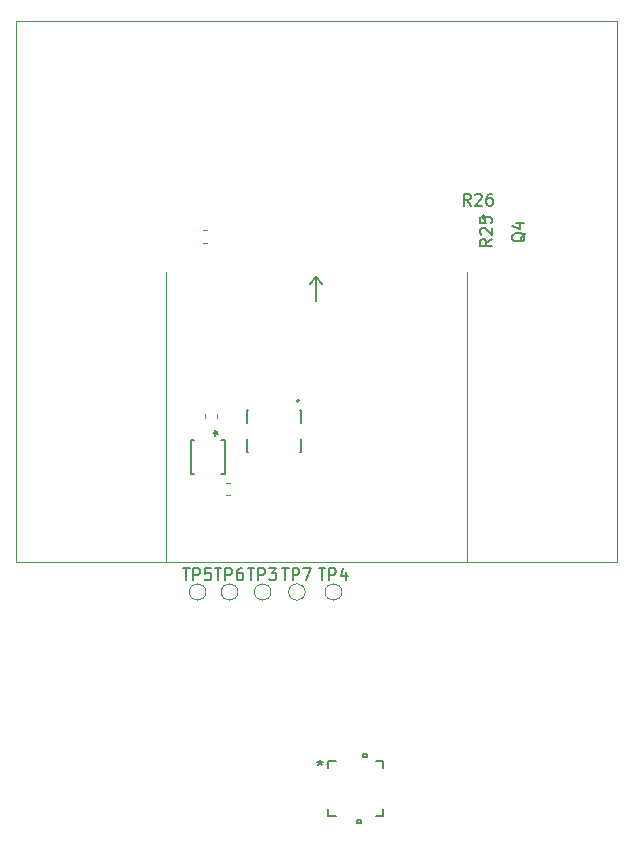
<source format=gto>
G04 #@! TF.GenerationSoftware,KiCad,Pcbnew,(5.1.6-0-10_14)*
G04 #@! TF.CreationDate,2020-09-07T13:37:45-07:00*
G04 #@! TF.ProjectId,microgame2,6d696372-6f67-4616-9d65-322e6b696361,rev?*
G04 #@! TF.SameCoordinates,Original*
G04 #@! TF.FileFunction,Legend,Top*
G04 #@! TF.FilePolarity,Positive*
%FSLAX46Y46*%
G04 Gerber Fmt 4.6, Leading zero omitted, Abs format (unit mm)*
G04 Created by KiCad (PCBNEW (5.1.6-0-10_14)) date 2020-09-07 13:37:45*
%MOMM*%
%LPD*%
G01*
G04 APERTURE LIST*
%ADD10C,0.250000*%
%ADD11C,0.152400*%
%ADD12C,0.120000*%
%ADD13C,0.200000*%
%ADD14C,0.127000*%
%ADD15C,0.150000*%
G04 APERTURE END LIST*
D10*
G04 #@! TO.C,Q4*
X163911803Y-55750000D02*
G75*
G03*
X163911803Y-55750000I-111803J0D01*
G01*
D11*
G04 #@! TO.C,U6*
X153940689Y-101496000D02*
X153559689Y-101496000D01*
X153940689Y-101242000D02*
X153940689Y-101496000D01*
X153559689Y-101242000D02*
X153940689Y-101242000D01*
X153559689Y-101496000D02*
X153559689Y-101242000D01*
X153440563Y-106804000D02*
X153059563Y-106804000D01*
X153440563Y-107058000D02*
X153440563Y-106804000D01*
X153059563Y-107058000D02*
X153440563Y-107058000D01*
X153059563Y-106804000D02*
X153059563Y-107058000D01*
X151276945Y-101821000D02*
X150671000Y-101821000D01*
X155329000Y-102427260D02*
X155329000Y-101821000D01*
X154723055Y-106479000D02*
X155329000Y-106479000D01*
X150671000Y-105872740D02*
X150671000Y-106479000D01*
X150671000Y-101821000D02*
X150671000Y-102427260D01*
X155329000Y-101821000D02*
X154723055Y-101821000D01*
X155329000Y-106479000D02*
X155329000Y-105872740D01*
X150671000Y-106479000D02*
X151276945Y-106479000D01*
D12*
G04 #@! TO.C,U9*
X124200000Y-39125000D02*
X175100000Y-39125000D01*
X175100000Y-84925000D02*
X175100000Y-39125000D01*
X124200000Y-39125000D02*
X124200000Y-84925000D01*
X175100000Y-84925000D02*
X124200000Y-84925000D01*
D13*
X149650000Y-60850000D02*
X150150000Y-61450000D01*
X149650000Y-60850000D02*
X149150000Y-61450000D01*
X149650000Y-62850000D02*
X149650000Y-60850000D01*
D12*
X136900000Y-60425000D02*
X136900000Y-84925000D01*
X162400000Y-60425000D02*
X162400000Y-84925000D01*
G04 #@! TO.C,C23*
X140362779Y-57910000D02*
X140037221Y-57910000D01*
X140362779Y-56890000D02*
X140037221Y-56890000D01*
D14*
G04 #@! TO.C,U8*
X148350000Y-72050000D02*
X148250000Y-72050000D01*
X143750000Y-72050000D02*
X143850000Y-72050000D01*
X148350000Y-75650000D02*
X148250000Y-75650000D01*
X143750000Y-75650000D02*
X143850000Y-75650000D01*
X148350000Y-72050000D02*
X148350000Y-73150000D01*
X143750000Y-72050000D02*
X143750000Y-73150000D01*
X148350000Y-75650000D02*
X148350000Y-74550000D01*
X143750000Y-75650000D02*
X143750000Y-74550000D01*
D13*
X148160000Y-71305000D02*
G75*
G03*
X148160000Y-71305000I-100000J0D01*
G01*
D11*
G04 #@! TO.C,U3*
X141580882Y-77485100D02*
X141885100Y-77485100D01*
X139319118Y-74614900D02*
X139014900Y-74614900D01*
X141885100Y-74614900D02*
X141580882Y-74614900D01*
X141885100Y-77485100D02*
X141885100Y-74614900D01*
X139014900Y-77485100D02*
X139319118Y-77485100D01*
X139014900Y-74614900D02*
X139014900Y-77485100D01*
D12*
G04 #@! TO.C,C9*
X141987221Y-79310000D02*
X142312779Y-79310000D01*
X141987221Y-78290000D02*
X142312779Y-78290000D01*
G04 #@! TO.C,C8*
X140190000Y-72750279D02*
X140190000Y-72424721D01*
X141210000Y-72750279D02*
X141210000Y-72424721D01*
G04 #@! TO.C,TP3*
X145800000Y-87500000D02*
G75*
G03*
X145800000Y-87500000I-700000J0D01*
G01*
G04 #@! TO.C,TP4*
X151800000Y-87500000D02*
G75*
G03*
X151800000Y-87500000I-700000J0D01*
G01*
G04 #@! TO.C,TP5*
X140300000Y-87500000D02*
G75*
G03*
X140300000Y-87500000I-700000J0D01*
G01*
G04 #@! TO.C,TP6*
X143000000Y-87500000D02*
G75*
G03*
X143000000Y-87500000I-700000J0D01*
G01*
G04 #@! TO.C,TP7*
X148700000Y-87500000D02*
G75*
G03*
X148700000Y-87500000I-700000J0D01*
G01*
G04 #@! TO.C,Q4*
D15*
X167347619Y-57095238D02*
X167300000Y-57190476D01*
X167204761Y-57285714D01*
X167061904Y-57428571D01*
X167014285Y-57523809D01*
X167014285Y-57619047D01*
X167252380Y-57571428D02*
X167204761Y-57666666D01*
X167109523Y-57761904D01*
X166919047Y-57809523D01*
X166585714Y-57809523D01*
X166395238Y-57761904D01*
X166300000Y-57666666D01*
X166252380Y-57571428D01*
X166252380Y-57380952D01*
X166300000Y-57285714D01*
X166395238Y-57190476D01*
X166585714Y-57142857D01*
X166919047Y-57142857D01*
X167109523Y-57190476D01*
X167204761Y-57285714D01*
X167252380Y-57380952D01*
X167252380Y-57571428D01*
X166585714Y-56285714D02*
X167252380Y-56285714D01*
X166204761Y-56523809D02*
X166919047Y-56761904D01*
X166919047Y-56142857D01*
G04 #@! TO.C,U6*
X149965000Y-101721380D02*
X149965000Y-101959476D01*
X149726904Y-101864238D02*
X149965000Y-101959476D01*
X150203095Y-101864238D01*
X149822142Y-102149952D02*
X149965000Y-101959476D01*
X150107857Y-102149952D01*
X149965000Y-101721380D02*
X149965000Y-101959476D01*
X149726904Y-101864238D02*
X149965000Y-101959476D01*
X150203095Y-101864238D01*
X149822142Y-102149952D02*
X149965000Y-101959476D01*
X150107857Y-102149952D01*
X149965000Y-101721380D02*
X149965000Y-101959476D01*
X149726904Y-101864238D02*
X149965000Y-101959476D01*
X150203095Y-101864238D01*
X149822142Y-102149952D02*
X149965000Y-101959476D01*
X150107857Y-102149952D01*
G04 #@! TO.C,U3*
X140918380Y-74018000D02*
X141156476Y-74018000D01*
X141061238Y-74256095D02*
X141156476Y-74018000D01*
X141061238Y-73779904D01*
X141346952Y-74160857D02*
X141156476Y-74018000D01*
X141346952Y-73875142D01*
G04 #@! TO.C,TP3*
X143838095Y-85504380D02*
X144409523Y-85504380D01*
X144123809Y-86504380D02*
X144123809Y-85504380D01*
X144742857Y-86504380D02*
X144742857Y-85504380D01*
X145123809Y-85504380D01*
X145219047Y-85552000D01*
X145266666Y-85599619D01*
X145314285Y-85694857D01*
X145314285Y-85837714D01*
X145266666Y-85932952D01*
X145219047Y-85980571D01*
X145123809Y-86028190D01*
X144742857Y-86028190D01*
X145647619Y-85504380D02*
X146266666Y-85504380D01*
X145933333Y-85885333D01*
X146076190Y-85885333D01*
X146171428Y-85932952D01*
X146219047Y-85980571D01*
X146266666Y-86075809D01*
X146266666Y-86313904D01*
X146219047Y-86409142D01*
X146171428Y-86456761D01*
X146076190Y-86504380D01*
X145790476Y-86504380D01*
X145695238Y-86456761D01*
X145647619Y-86409142D01*
G04 #@! TO.C,TP4*
X149838095Y-85504380D02*
X150409523Y-85504380D01*
X150123809Y-86504380D02*
X150123809Y-85504380D01*
X150742857Y-86504380D02*
X150742857Y-85504380D01*
X151123809Y-85504380D01*
X151219047Y-85552000D01*
X151266666Y-85599619D01*
X151314285Y-85694857D01*
X151314285Y-85837714D01*
X151266666Y-85932952D01*
X151219047Y-85980571D01*
X151123809Y-86028190D01*
X150742857Y-86028190D01*
X152171428Y-85837714D02*
X152171428Y-86504380D01*
X151933333Y-85456761D02*
X151695238Y-86171047D01*
X152314285Y-86171047D01*
G04 #@! TO.C,TP5*
X138338095Y-85504380D02*
X138909523Y-85504380D01*
X138623809Y-86504380D02*
X138623809Y-85504380D01*
X139242857Y-86504380D02*
X139242857Y-85504380D01*
X139623809Y-85504380D01*
X139719047Y-85552000D01*
X139766666Y-85599619D01*
X139814285Y-85694857D01*
X139814285Y-85837714D01*
X139766666Y-85932952D01*
X139719047Y-85980571D01*
X139623809Y-86028190D01*
X139242857Y-86028190D01*
X140719047Y-85504380D02*
X140242857Y-85504380D01*
X140195238Y-85980571D01*
X140242857Y-85932952D01*
X140338095Y-85885333D01*
X140576190Y-85885333D01*
X140671428Y-85932952D01*
X140719047Y-85980571D01*
X140766666Y-86075809D01*
X140766666Y-86313904D01*
X140719047Y-86409142D01*
X140671428Y-86456761D01*
X140576190Y-86504380D01*
X140338095Y-86504380D01*
X140242857Y-86456761D01*
X140195238Y-86409142D01*
G04 #@! TO.C,TP6*
X141038095Y-85504380D02*
X141609523Y-85504380D01*
X141323809Y-86504380D02*
X141323809Y-85504380D01*
X141942857Y-86504380D02*
X141942857Y-85504380D01*
X142323809Y-85504380D01*
X142419047Y-85552000D01*
X142466666Y-85599619D01*
X142514285Y-85694857D01*
X142514285Y-85837714D01*
X142466666Y-85932952D01*
X142419047Y-85980571D01*
X142323809Y-86028190D01*
X141942857Y-86028190D01*
X143371428Y-85504380D02*
X143180952Y-85504380D01*
X143085714Y-85552000D01*
X143038095Y-85599619D01*
X142942857Y-85742476D01*
X142895238Y-85932952D01*
X142895238Y-86313904D01*
X142942857Y-86409142D01*
X142990476Y-86456761D01*
X143085714Y-86504380D01*
X143276190Y-86504380D01*
X143371428Y-86456761D01*
X143419047Y-86409142D01*
X143466666Y-86313904D01*
X143466666Y-86075809D01*
X143419047Y-85980571D01*
X143371428Y-85932952D01*
X143276190Y-85885333D01*
X143085714Y-85885333D01*
X142990476Y-85932952D01*
X142942857Y-85980571D01*
X142895238Y-86075809D01*
G04 #@! TO.C,TP7*
X146738095Y-85504380D02*
X147309523Y-85504380D01*
X147023809Y-86504380D02*
X147023809Y-85504380D01*
X147642857Y-86504380D02*
X147642857Y-85504380D01*
X148023809Y-85504380D01*
X148119047Y-85552000D01*
X148166666Y-85599619D01*
X148214285Y-85694857D01*
X148214285Y-85837714D01*
X148166666Y-85932952D01*
X148119047Y-85980571D01*
X148023809Y-86028190D01*
X147642857Y-86028190D01*
X148547619Y-85504380D02*
X149214285Y-85504380D01*
X148785714Y-86504380D01*
G04 #@! TO.C,R25*
X164522380Y-57627857D02*
X164046190Y-57961190D01*
X164522380Y-58199285D02*
X163522380Y-58199285D01*
X163522380Y-57818333D01*
X163570000Y-57723095D01*
X163617619Y-57675476D01*
X163712857Y-57627857D01*
X163855714Y-57627857D01*
X163950952Y-57675476D01*
X163998571Y-57723095D01*
X164046190Y-57818333D01*
X164046190Y-58199285D01*
X163617619Y-57246904D02*
X163570000Y-57199285D01*
X163522380Y-57104047D01*
X163522380Y-56865952D01*
X163570000Y-56770714D01*
X163617619Y-56723095D01*
X163712857Y-56675476D01*
X163808095Y-56675476D01*
X163950952Y-56723095D01*
X164522380Y-57294523D01*
X164522380Y-56675476D01*
X163522380Y-55770714D02*
X163522380Y-56246904D01*
X163998571Y-56294523D01*
X163950952Y-56246904D01*
X163903333Y-56151666D01*
X163903333Y-55913571D01*
X163950952Y-55818333D01*
X163998571Y-55770714D01*
X164093809Y-55723095D01*
X164331904Y-55723095D01*
X164427142Y-55770714D01*
X164474761Y-55818333D01*
X164522380Y-55913571D01*
X164522380Y-56151666D01*
X164474761Y-56246904D01*
X164427142Y-56294523D01*
G04 #@! TO.C,R26*
X162707142Y-54782380D02*
X162373809Y-54306190D01*
X162135714Y-54782380D02*
X162135714Y-53782380D01*
X162516666Y-53782380D01*
X162611904Y-53830000D01*
X162659523Y-53877619D01*
X162707142Y-53972857D01*
X162707142Y-54115714D01*
X162659523Y-54210952D01*
X162611904Y-54258571D01*
X162516666Y-54306190D01*
X162135714Y-54306190D01*
X163088095Y-53877619D02*
X163135714Y-53830000D01*
X163230952Y-53782380D01*
X163469047Y-53782380D01*
X163564285Y-53830000D01*
X163611904Y-53877619D01*
X163659523Y-53972857D01*
X163659523Y-54068095D01*
X163611904Y-54210952D01*
X163040476Y-54782380D01*
X163659523Y-54782380D01*
X164516666Y-53782380D02*
X164326190Y-53782380D01*
X164230952Y-53830000D01*
X164183333Y-53877619D01*
X164088095Y-54020476D01*
X164040476Y-54210952D01*
X164040476Y-54591904D01*
X164088095Y-54687142D01*
X164135714Y-54734761D01*
X164230952Y-54782380D01*
X164421428Y-54782380D01*
X164516666Y-54734761D01*
X164564285Y-54687142D01*
X164611904Y-54591904D01*
X164611904Y-54353809D01*
X164564285Y-54258571D01*
X164516666Y-54210952D01*
X164421428Y-54163333D01*
X164230952Y-54163333D01*
X164135714Y-54210952D01*
X164088095Y-54258571D01*
X164040476Y-54353809D01*
G04 #@! TD*
M02*

</source>
